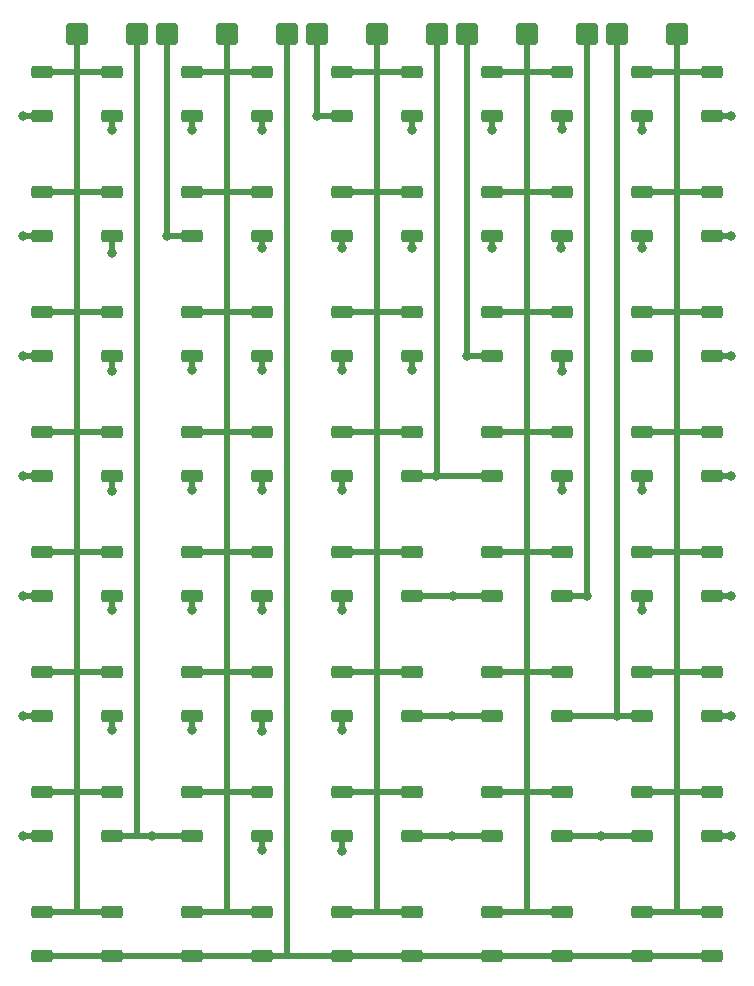
<source format=gbr>
%TF.GenerationSoftware,KiCad,Pcbnew,8.0.4*%
%TF.CreationDate,2024-09-09T09:43:21+10:00*%
%TF.ProjectId,ti45_keyboard,74693435-5f6b-4657-9962-6f6172642e6b,rev?*%
%TF.SameCoordinates,Original*%
%TF.FileFunction,Copper,L1,Top*%
%TF.FilePolarity,Positive*%
%FSLAX46Y46*%
G04 Gerber Fmt 4.6, Leading zero omitted, Abs format (unit mm)*
G04 Created by KiCad (PCBNEW 8.0.4) date 2024-09-09 09:43:21*
%MOMM*%
%LPD*%
G01*
G04 APERTURE LIST*
G04 Aperture macros list*
%AMRoundRect*
0 Rectangle with rounded corners*
0 $1 Rounding radius*
0 $2 $3 $4 $5 $6 $7 $8 $9 X,Y pos of 4 corners*
0 Add a 4 corners polygon primitive as box body*
4,1,4,$2,$3,$4,$5,$6,$7,$8,$9,$2,$3,0*
0 Add four circle primitives for the rounded corners*
1,1,$1+$1,$2,$3*
1,1,$1+$1,$4,$5*
1,1,$1+$1,$6,$7*
1,1,$1+$1,$8,$9*
0 Add four rect primitives between the rounded corners*
20,1,$1+$1,$2,$3,$4,$5,0*
20,1,$1+$1,$4,$5,$6,$7,0*
20,1,$1+$1,$6,$7,$8,$9,0*
20,1,$1+$1,$8,$9,$2,$3,0*%
G04 Aperture macros list end*
%TA.AperFunction,SMDPad,CuDef*%
%ADD10RoundRect,0.200000X-0.700000X-0.350000X0.700000X-0.350000X0.700000X0.350000X-0.700000X0.350000X0*%
%TD*%
%TA.AperFunction,ComponentPad*%
%ADD11RoundRect,0.250000X-0.675000X-0.675000X0.675000X-0.675000X0.675000X0.675000X-0.675000X0.675000X0*%
%TD*%
%TA.AperFunction,ViaPad*%
%ADD12C,0.800000*%
%TD*%
%TA.AperFunction,Conductor*%
%ADD13C,0.500000*%
%TD*%
G04 APERTURE END LIST*
D10*
%TO.P,SW1,1,1*%
%TO.N,/C1*%
X-28400000Y-5340000D03*
X-22400000Y-5340000D03*
%TO.P,SW1,2,2*%
%TO.N,/R1*%
X-28400000Y-9040000D03*
X-22400000Y-9040000D03*
%TD*%
%TO.P,SW27,1,1*%
%TO.N,/C2*%
X-15700000Y-56140000D03*
X-9700000Y-56140000D03*
%TO.P,SW27,2,2*%
%TO.N,/R6*%
X-15700000Y-59840000D03*
X-9700000Y-59840000D03*
%TD*%
%TO.P,SW7,1,1*%
%TO.N,/C2*%
X-15700000Y-15500000D03*
X-9700000Y-15500000D03*
%TO.P,SW7,2,2*%
%TO.N,/R2*%
X-15700000Y-19200000D03*
X-9700000Y-19200000D03*
%TD*%
%TO.P,SW34,1,1*%
%TO.N,/C4*%
X9700000Y-66300000D03*
X15700000Y-66300000D03*
%TO.P,SW34,2,2*%
%TO.N,/R7*%
X9700000Y-70000000D03*
X15700000Y-70000000D03*
%TD*%
D11*
%TO.P,J12,1,Pin_1*%
%TO.N,/R6*%
X20320000Y-2110000D03*
%TD*%
%TO.P,J4,1,Pin_1*%
%TO.N,/C2*%
X-12700000Y-2110000D03*
%TD*%
D10*
%TO.P,SW6,1,1*%
%TO.N,/C1*%
X-28400000Y-15500000D03*
X-22400000Y-15500000D03*
%TO.P,SW6,2,2*%
%TO.N,/R2*%
X-28400000Y-19200000D03*
X-22400000Y-19200000D03*
%TD*%
D11*
%TO.P,J13,1,Pin_1*%
%TO.N,/C5*%
X25400000Y-2110000D03*
%TD*%
D10*
%TO.P,SW33,1,1*%
%TO.N,/C3*%
X-3000000Y-66300000D03*
X3000000Y-66300000D03*
%TO.P,SW33,2,2*%
%TO.N,/R7*%
X-3000000Y-70000000D03*
X3000000Y-70000000D03*
%TD*%
D11*
%TO.P,J7,1,Pin_1*%
%TO.N,/C3*%
X0Y-2110000D03*
%TD*%
%TO.P,J8,1,Pin_1*%
%TO.N,/R4*%
X5080000Y-2110000D03*
%TD*%
%TO.P,J2,1,Pin_1*%
%TO.N,/R7*%
X-20320000Y-2110000D03*
%TD*%
D10*
%TO.P,SW17,1,1*%
%TO.N,/C2*%
X-15700000Y-35820000D03*
X-9700000Y-35820000D03*
%TO.P,SW17,2,2*%
%TO.N,/R4*%
X-15700000Y-39520000D03*
X-9700000Y-39520000D03*
%TD*%
%TO.P,SW2,1,1*%
%TO.N,/C2*%
X-15700000Y-5340000D03*
X-9700000Y-5340000D03*
%TO.P,SW2,2,2*%
%TO.N,/R1*%
X-15700000Y-9040000D03*
X-9700000Y-9040000D03*
%TD*%
D11*
%TO.P,J10,1,Pin_1*%
%TO.N,/C4*%
X12700000Y-2110000D03*
%TD*%
%TO.P,J3,1,Pin_1*%
%TO.N,/R2*%
X-17780000Y-2110000D03*
%TD*%
D10*
%TO.P,SW28,1,1*%
%TO.N,/C3*%
X-3000000Y-56140000D03*
X3000000Y-56140000D03*
%TO.P,SW28,2,2*%
%TO.N,/R6*%
X-3000000Y-59840000D03*
X3000000Y-59840000D03*
%TD*%
%TO.P,SW19,1,1*%
%TO.N,/C4*%
X9700000Y-35820000D03*
X15700000Y-35820000D03*
%TO.P,SW19,2,2*%
%TO.N,/R4*%
X9700000Y-39520000D03*
X15700000Y-39520000D03*
%TD*%
%TO.P,SW8,1,1*%
%TO.N,/C3*%
X-3000000Y-15500000D03*
X3000000Y-15500000D03*
%TO.P,SW8,2,2*%
%TO.N,/R2*%
X-3000000Y-19200000D03*
X3000000Y-19200000D03*
%TD*%
%TO.P,SW40,1,1*%
%TO.N,/C5*%
X22400000Y-76460000D03*
X28400000Y-76460000D03*
%TO.P,SW40,2,2*%
%TO.N,/R8*%
X22400000Y-80160000D03*
X28400000Y-80160000D03*
%TD*%
%TO.P,SW39,1,1*%
%TO.N,/C4*%
X9700000Y-76460000D03*
X15700000Y-76460000D03*
%TO.P,SW39,2,2*%
%TO.N,/R8*%
X9700000Y-80160000D03*
X15700000Y-80160000D03*
%TD*%
%TO.P,SW20,1,1*%
%TO.N,/C5*%
X22400000Y-35820000D03*
X28400000Y-35820000D03*
%TO.P,SW20,2,2*%
%TO.N,/R4*%
X22400000Y-39520000D03*
X28400000Y-39520000D03*
%TD*%
D11*
%TO.P,J6,1,Pin_1*%
%TO.N,/R1*%
X-5080000Y-2110000D03*
%TD*%
D10*
%TO.P,SW26,1,1*%
%TO.N,/C1*%
X-28400000Y-56140000D03*
X-22400000Y-56140000D03*
%TO.P,SW26,2,2*%
%TO.N,/R6*%
X-28400000Y-59840000D03*
X-22400000Y-59840000D03*
%TD*%
%TO.P,SW5,1,1*%
%TO.N,/C5*%
X22400000Y-5340000D03*
X28400000Y-5340000D03*
%TO.P,SW5,2,2*%
%TO.N,/R1*%
X22400000Y-9040000D03*
X28400000Y-9040000D03*
%TD*%
D11*
%TO.P,J11,1,Pin_1*%
%TO.N,/R5*%
X17780000Y-2110000D03*
%TD*%
D10*
%TO.P,SW15,1,1*%
%TO.N,/C5*%
X22400000Y-25660000D03*
X28400000Y-25660000D03*
%TO.P,SW15,2,2*%
%TO.N,/R3*%
X22400000Y-29360000D03*
X28400000Y-29360000D03*
%TD*%
%TO.P,SW4,1,1*%
%TO.N,/C4*%
X9700000Y-5340000D03*
X15700000Y-5340000D03*
%TO.P,SW4,2,2*%
%TO.N,/R1*%
X9700000Y-9040000D03*
X15700000Y-9040000D03*
%TD*%
%TO.P,SW37,1,1*%
%TO.N,/C2*%
X-15700000Y-76460000D03*
X-9700000Y-76460000D03*
%TO.P,SW37,2,2*%
%TO.N,/R8*%
X-15700000Y-80160000D03*
X-9700000Y-80160000D03*
%TD*%
%TO.P,SW21,1,1*%
%TO.N,/C1*%
X-28400000Y-45980000D03*
X-22400000Y-45980000D03*
%TO.P,SW21,2,2*%
%TO.N,/R5*%
X-28400000Y-49680000D03*
X-22400000Y-49680000D03*
%TD*%
%TO.P,SW16,1,1*%
%TO.N,/C1*%
X-28400000Y-35820000D03*
X-22400000Y-35820000D03*
%TO.P,SW16,2,2*%
%TO.N,/R4*%
X-28400000Y-39520000D03*
X-22400000Y-39520000D03*
%TD*%
D11*
%TO.P,J5,1,Pin_1*%
%TO.N,/R8*%
X-7620000Y-2110000D03*
%TD*%
D10*
%TO.P,SW3,1,1*%
%TO.N,/C3*%
X-3000000Y-5340000D03*
X3000000Y-5340000D03*
%TO.P,SW3,2,2*%
%TO.N,/R1*%
X-3000000Y-9040000D03*
X3000000Y-9040000D03*
%TD*%
%TO.P,SW35,1,1*%
%TO.N,/C5*%
X22400000Y-66300000D03*
X28400000Y-66300000D03*
%TO.P,SW35,2,2*%
%TO.N,/R7*%
X22400000Y-70000000D03*
X28400000Y-70000000D03*
%TD*%
%TO.P,SW32,1,1*%
%TO.N,/C2*%
X-15700000Y-66300000D03*
X-9700000Y-66300000D03*
%TO.P,SW32,2,2*%
%TO.N,/R7*%
X-15700000Y-70000000D03*
X-9700000Y-70000000D03*
%TD*%
%TO.P,SW12,1,1*%
%TO.N,/C2*%
X-15700000Y-25660000D03*
X-9700000Y-25660000D03*
%TO.P,SW12,2,2*%
%TO.N,/R3*%
X-15700000Y-29360000D03*
X-9700000Y-29360000D03*
%TD*%
%TO.P,SW14,1,1*%
%TO.N,/C4*%
X9700000Y-25660000D03*
X15700000Y-25660000D03*
%TO.P,SW14,2,2*%
%TO.N,/R3*%
X9700000Y-29360000D03*
X15700000Y-29360000D03*
%TD*%
%TO.P,SW24,1,1*%
%TO.N,/C4*%
X9700000Y-45980000D03*
X15700000Y-45980000D03*
%TO.P,SW24,2,2*%
%TO.N,/R5*%
X9700000Y-49680000D03*
X15700000Y-49680000D03*
%TD*%
D11*
%TO.P,J9,1,Pin_1*%
%TO.N,/R3*%
X7620000Y-2110000D03*
%TD*%
D10*
%TO.P,SW9,1,1*%
%TO.N,/C4*%
X9700000Y-15500000D03*
X15700000Y-15500000D03*
%TO.P,SW9,2,2*%
%TO.N,/R2*%
X9700000Y-19200000D03*
X15700000Y-19200000D03*
%TD*%
%TO.P,SW29,1,1*%
%TO.N,/C4*%
X9700000Y-56140000D03*
X15700000Y-56140000D03*
%TO.P,SW29,2,2*%
%TO.N,/R6*%
X9700000Y-59840000D03*
X15700000Y-59840000D03*
%TD*%
%TO.P,SW36,1,1*%
%TO.N,/C1*%
X-28400000Y-76460000D03*
X-22400000Y-76460000D03*
%TO.P,SW36,2,2*%
%TO.N,/R8*%
X-28400000Y-80160000D03*
X-22400000Y-80160000D03*
%TD*%
%TO.P,SW22,1,1*%
%TO.N,/C2*%
X-15700000Y-45980000D03*
X-9700000Y-45980000D03*
%TO.P,SW22,2,2*%
%TO.N,/R5*%
X-15700000Y-49680000D03*
X-9700000Y-49680000D03*
%TD*%
%TO.P,SW11,1,1*%
%TO.N,/C1*%
X-28400000Y-25660000D03*
X-22400000Y-25660000D03*
%TO.P,SW11,2,2*%
%TO.N,/R3*%
X-28400000Y-29360000D03*
X-22400000Y-29360000D03*
%TD*%
%TO.P,SW25,1,1*%
%TO.N,/C5*%
X22400000Y-45980000D03*
X28400000Y-45980000D03*
%TO.P,SW25,2,2*%
%TO.N,/R5*%
X22400000Y-49680000D03*
X28400000Y-49680000D03*
%TD*%
%TO.P,SW13,1,1*%
%TO.N,/C3*%
X-3000000Y-25660000D03*
X3000000Y-25660000D03*
%TO.P,SW13,2,2*%
%TO.N,/R3*%
X-3000000Y-29360000D03*
X3000000Y-29360000D03*
%TD*%
%TO.P,SW30,1,1*%
%TO.N,/C5*%
X22400000Y-56140000D03*
X28400000Y-56140000D03*
%TO.P,SW30,2,2*%
%TO.N,/R6*%
X22400000Y-59840000D03*
X28400000Y-59840000D03*
%TD*%
D11*
%TO.P,J1,1,Pin_1*%
%TO.N,/C1*%
X-25400000Y-2110000D03*
%TD*%
D10*
%TO.P,SW31,1,1*%
%TO.N,/C1*%
X-28400000Y-66300000D03*
X-22400000Y-66300000D03*
%TO.P,SW31,2,2*%
%TO.N,/R7*%
X-28400000Y-70000000D03*
X-22400000Y-70000000D03*
%TD*%
%TO.P,SW10,1,1*%
%TO.N,/C5*%
X22400000Y-15500000D03*
X28400000Y-15500000D03*
%TO.P,SW10,2,2*%
%TO.N,/R2*%
X22400000Y-19200000D03*
X28400000Y-19200000D03*
%TD*%
%TO.P,SW38,1,1*%
%TO.N,/C3*%
X-3000000Y-76460000D03*
X3000000Y-76460000D03*
%TO.P,SW38,2,2*%
%TO.N,/R8*%
X-3000000Y-80160000D03*
X3000000Y-80160000D03*
%TD*%
%TO.P,SW23,1,1*%
%TO.N,/C3*%
X-3000000Y-45980000D03*
X3000000Y-45980000D03*
%TO.P,SW23,2,2*%
%TO.N,/R5*%
X-3000000Y-49680000D03*
X3000000Y-49680000D03*
%TD*%
%TO.P,SW18,1,1*%
%TO.N,/C3*%
X-3000000Y-35820000D03*
X3000000Y-35820000D03*
%TO.P,SW18,2,2*%
%TO.N,/R4*%
X-3000000Y-39520000D03*
X3000000Y-39520000D03*
%TD*%
D12*
%TO.N,/R7*%
X-30000000Y-70000000D03*
X-9700000Y-71200000D03*
X-3000000Y-71250000D03*
X30000000Y-70000000D03*
X-19050000Y-70000000D03*
X6350000Y-70000000D03*
X19000000Y-70000000D03*
%TO.N,/R2*%
X-3000000Y-20200000D03*
X15600000Y-20250000D03*
X-30000000Y-19200000D03*
X3000000Y-20250000D03*
X22400000Y-20250000D03*
X-9700000Y-20250000D03*
X30000000Y-19200000D03*
X9700000Y-20250000D03*
X-22400000Y-20650000D03*
X-17750000Y-19200000D03*
%TO.N,/R1*%
X-9700000Y-10250000D03*
X-30000000Y-9050000D03*
X-5100000Y-9000000D03*
X-15700000Y-10200000D03*
X9700000Y-10200000D03*
X-22400000Y-10250000D03*
X3000000Y-10250000D03*
X30000000Y-9050000D03*
X22400000Y-10200000D03*
X15700000Y-10150000D03*
%TO.N,/R4*%
X-15700000Y-40700000D03*
X-22400000Y-40750000D03*
X-30000000Y-39500000D03*
X-9700000Y-40700000D03*
X22400000Y-40700000D03*
X30000000Y-39500000D03*
X15700000Y-40700000D03*
X-3000000Y-40700000D03*
X5030000Y-39520000D03*
%TO.N,/R3*%
X3000000Y-30550000D03*
X15700000Y-30600000D03*
X-22400000Y-30600000D03*
X-3000000Y-30550000D03*
X7620000Y-29360000D03*
X-30000000Y-29350000D03*
X30000000Y-29350000D03*
X-15700000Y-30550000D03*
X-9700000Y-30550000D03*
%TO.N,/R5*%
X-15700000Y-50900000D03*
X30000000Y-49700000D03*
X-22400000Y-50900000D03*
X6450000Y-49680000D03*
X17750000Y-49700000D03*
X17750000Y-49700000D03*
X-3000000Y-50850000D03*
X-30000000Y-49700000D03*
X22400000Y-50900000D03*
X-9700000Y-50900000D03*
%TO.N,/R6*%
X-9700000Y-61100000D03*
X20350000Y-59800000D03*
X6350000Y-59840000D03*
X-30000000Y-59800000D03*
X-15700000Y-61050000D03*
X-22400000Y-61050000D03*
X-3000000Y-61050000D03*
X30000000Y-59800000D03*
%TD*%
D13*
%TO.N,/C1*%
X-28400000Y-45980000D02*
X-22400000Y-45980000D01*
X-25400000Y-76460000D02*
X-28400000Y-76460000D01*
X-25400000Y-2110000D02*
X-25400000Y-75770000D01*
X-25400000Y-75770000D02*
X-25400000Y-76460000D01*
X-28400000Y-56140000D02*
X-22400000Y-56140000D01*
X-28400000Y-35820000D02*
X-22400000Y-35820000D01*
X-28400000Y-5340000D02*
X-22400000Y-5340000D01*
X-25400000Y-76460000D02*
X-22400000Y-76460000D01*
X-28400000Y-15500000D02*
X-22400000Y-15500000D01*
X-28400000Y-25660000D02*
X-22400000Y-25660000D01*
X-28400000Y-66300000D02*
X-22400000Y-66300000D01*
%TO.N,/R7*%
X28400000Y-70000000D02*
X30000000Y-70000000D01*
X-3000000Y-70000000D02*
X-3000000Y-71250000D01*
X-20320000Y-2110000D02*
X-20320000Y-69980000D01*
X-30000000Y-70000000D02*
X-28400000Y-70000000D01*
X3000000Y-70000000D02*
X9700000Y-70000000D01*
X-9700000Y-70000000D02*
X-9700000Y-71200000D01*
X-20320000Y-69980000D02*
X-20300000Y-70000000D01*
X15700000Y-70000000D02*
X22400000Y-70000000D01*
X-20300000Y-70000000D02*
X-15700000Y-70000000D01*
X-22400000Y-70000000D02*
X-20300000Y-70000000D01*
%TO.N,/R2*%
X-17780000Y-2110000D02*
X-17780000Y-19170000D01*
X22400000Y-19200000D02*
X22400000Y-20250000D01*
X-22400000Y-19200000D02*
X-22400000Y-20650000D01*
X-3000000Y-19200000D02*
X-3000000Y-20200000D01*
X3000000Y-19200000D02*
X3000000Y-20250000D01*
X-9700000Y-19200000D02*
X-9700000Y-20250000D01*
X30000000Y-19200000D02*
X28400000Y-19200000D01*
X9700000Y-19200000D02*
X9700000Y-20250000D01*
X-15700000Y-19200000D02*
X-17750000Y-19200000D01*
X15600000Y-19300000D02*
X15700000Y-19200000D01*
X-17780000Y-19170000D02*
X-17750000Y-19200000D01*
X15600000Y-20250000D02*
X15600000Y-19300000D01*
X-28400000Y-19200000D02*
X-30000000Y-19200000D01*
%TO.N,/C2*%
X-12700000Y-76460000D02*
X-15700000Y-76460000D01*
X-15700000Y-15500000D02*
X-9700000Y-15500000D01*
X-15700000Y-56140000D02*
X-9700000Y-56140000D01*
X-15700000Y-45980000D02*
X-9700000Y-45980000D01*
X-15700000Y-5340000D02*
X-9700000Y-5340000D01*
X-12700000Y-76460000D02*
X-9700000Y-76460000D01*
X-15700000Y-25660000D02*
X-9700000Y-25660000D01*
X-12700000Y-75770000D02*
X-12700000Y-76460000D01*
X-15700000Y-66300000D02*
X-9700000Y-66300000D01*
X-15700000Y-35820000D02*
X-9700000Y-35820000D01*
X-12700000Y-2110000D02*
X-12700000Y-75770000D01*
%TO.N,/R8*%
X-7620000Y-80160000D02*
X-7500000Y-80160000D01*
X-7500000Y-80160000D02*
X28400000Y-80160000D01*
X-7620000Y-2110000D02*
X-7620000Y-80160000D01*
X-28400000Y-80160000D02*
X-7620000Y-80160000D01*
%TO.N,/R1*%
X22400000Y-9040000D02*
X22400000Y-10200000D01*
X-22400000Y-9040000D02*
X-22400000Y-10250000D01*
X15700000Y-9040000D02*
X15700000Y-10150000D01*
X-3000000Y-9040000D02*
X-5060000Y-9040000D01*
X3000000Y-9040000D02*
X3000000Y-10250000D01*
X-9700000Y-9040000D02*
X-9700000Y-10250000D01*
X-5060000Y-9040000D02*
X-5100000Y-9000000D01*
X-5080000Y-8980000D02*
X-5100000Y-9000000D01*
X-15700000Y-9040000D02*
X-15700000Y-10200000D01*
X-28400000Y-9040000D02*
X-29990000Y-9040000D01*
X28410000Y-9050000D02*
X28400000Y-9040000D01*
X-5080000Y-2110000D02*
X-5080000Y-8980000D01*
X30000000Y-9050000D02*
X28410000Y-9050000D01*
X9700000Y-9040000D02*
X9700000Y-10200000D01*
X-29990000Y-9040000D02*
X-30000000Y-9050000D01*
%TO.N,/C3*%
X-3000000Y-56140000D02*
X3000000Y-56140000D01*
X-3000000Y-5340000D02*
X3000000Y-5340000D01*
X-3000000Y-45980000D02*
X3000000Y-45980000D01*
X0Y-76460000D02*
X-3000000Y-76460000D01*
X-3000000Y-66300000D02*
X3000000Y-66300000D01*
X0Y-76460000D02*
X3000000Y-76460000D01*
X0Y-75770000D02*
X0Y-76460000D01*
X0Y-2110000D02*
X0Y-75770000D01*
X-3000000Y-35820000D02*
X3000000Y-35820000D01*
X-3000000Y-25660000D02*
X3000000Y-25660000D01*
X-3000000Y-15500000D02*
X3000000Y-15500000D01*
%TO.N,/R4*%
X30000000Y-39500000D02*
X28420000Y-39500000D01*
X22400000Y-39520000D02*
X22400000Y-40700000D01*
X5080000Y-2110000D02*
X5080000Y-39470000D01*
X5080000Y-39470000D02*
X5030000Y-39520000D01*
X5030000Y-39520000D02*
X3000000Y-39520000D01*
X-9700000Y-39520000D02*
X-9700000Y-40700000D01*
X-3000000Y-39520000D02*
X-3000000Y-40700000D01*
X-29980000Y-39520000D02*
X-30000000Y-39500000D01*
X15700000Y-39520000D02*
X15700000Y-40700000D01*
X3000000Y-39520000D02*
X9700000Y-39520000D01*
X-22400000Y-39520000D02*
X-22400000Y-40750000D01*
X28420000Y-39500000D02*
X28400000Y-39520000D01*
X-15700000Y-39520000D02*
X-15700000Y-40700000D01*
X-28400000Y-39520000D02*
X-29980000Y-39520000D01*
%TO.N,/R3*%
X30000000Y-29350000D02*
X28410000Y-29350000D01*
X15700000Y-29360000D02*
X15700000Y-30600000D01*
X-15700000Y-29360000D02*
X-15700000Y-30550000D01*
X28410000Y-29350000D02*
X28400000Y-29360000D01*
X-29990000Y-29360000D02*
X-30000000Y-29350000D01*
X7620000Y-29360000D02*
X9700000Y-29360000D01*
X-3000000Y-29360000D02*
X-3000000Y-30550000D01*
X-9700000Y-29360000D02*
X-9700000Y-30550000D01*
X7620000Y-29360000D02*
X7620000Y-2110000D01*
X-28400000Y-29360000D02*
X-29990000Y-29360000D01*
X-22400000Y-29360000D02*
X-22400000Y-30600000D01*
X3000000Y-29360000D02*
X3000000Y-30550000D01*
%TO.N,/C4*%
X9700000Y-35820000D02*
X15700000Y-35820000D01*
X9700000Y-25660000D02*
X15700000Y-25660000D01*
X9700000Y-5340000D02*
X15700000Y-5340000D01*
X9700000Y-66300000D02*
X15700000Y-66300000D01*
X12700000Y-76460000D02*
X9700000Y-76460000D01*
X9700000Y-15500000D02*
X15700000Y-15500000D01*
X12700000Y-2110000D02*
X12700000Y-75770000D01*
X12700000Y-76460000D02*
X15700000Y-76460000D01*
X12700000Y-75770000D02*
X12700000Y-76460000D01*
X9700000Y-45980000D02*
X15700000Y-45980000D01*
X9700000Y-56140000D02*
X15700000Y-56140000D01*
%TO.N,/R5*%
X30000000Y-49700000D02*
X28420000Y-49700000D01*
X22400000Y-49680000D02*
X22400000Y-50900000D01*
X17750000Y-48550000D02*
X17750000Y-49700000D01*
X-30000000Y-49700000D02*
X-28420000Y-49700000D01*
X17780000Y-2110000D02*
X17780000Y-25554780D01*
X-15700000Y-49680000D02*
X-15700000Y-50900000D01*
X9700000Y-49680000D02*
X3000000Y-49680000D01*
X17750000Y-25584780D02*
X17750000Y-48550000D01*
X28420000Y-49700000D02*
X28400000Y-49680000D01*
X-3000000Y-50850000D02*
X-3000000Y-49680000D01*
X15700000Y-49680000D02*
X17730000Y-49680000D01*
X17780000Y-25554780D02*
X17750000Y-25584780D01*
X17730000Y-49680000D02*
X17750000Y-49700000D01*
X-9700000Y-49680000D02*
X-9700000Y-50900000D01*
X-22400000Y-49680000D02*
X-22400000Y-50900000D01*
X-28420000Y-49700000D02*
X-28400000Y-49680000D01*
%TO.N,/R6*%
X3000000Y-59840000D02*
X9700000Y-59840000D01*
X20350000Y-59800000D02*
X20320000Y-59770000D01*
X-22400000Y-59840000D02*
X-22400000Y-61050000D01*
X-15700000Y-59840000D02*
X-15700000Y-61050000D01*
X-3000000Y-59840000D02*
X-3000000Y-61050000D01*
X-9700000Y-59840000D02*
X-9700000Y-61100000D01*
X-30000000Y-59800000D02*
X-28440000Y-59800000D01*
X28400000Y-59840000D02*
X29960000Y-59840000D01*
X-28440000Y-59800000D02*
X-28400000Y-59840000D01*
X15700000Y-59840000D02*
X22400000Y-59840000D01*
X20320000Y-59770000D02*
X20320000Y-2110000D01*
X29960000Y-59840000D02*
X30000000Y-59800000D01*
%TO.N,/C5*%
X22400000Y-66300000D02*
X28400000Y-66300000D01*
X25400000Y-75770000D02*
X25400000Y-76400000D01*
X22400000Y-15500000D02*
X28400000Y-15500000D01*
X25400000Y-76400000D02*
X25460000Y-76460000D01*
X22400000Y-45980000D02*
X28400000Y-45980000D01*
X25460000Y-76460000D02*
X22400000Y-76460000D01*
X22400000Y-35820000D02*
X28400000Y-35820000D01*
X22400000Y-5340000D02*
X28400000Y-5340000D01*
X25460000Y-76460000D02*
X28400000Y-76460000D01*
X22400000Y-56140000D02*
X28400000Y-56140000D01*
X22400000Y-25660000D02*
X28400000Y-25660000D01*
X25400000Y-2110000D02*
X25400000Y-75770000D01*
%TD*%
M02*

</source>
